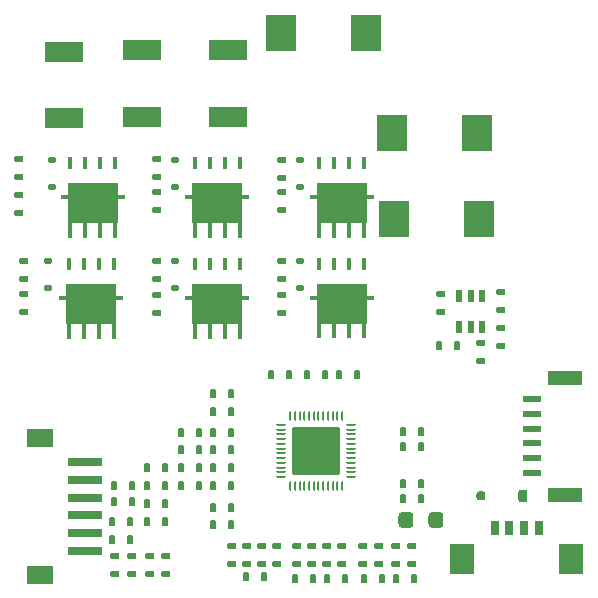
<source format=gtp>
G04*
G04 #@! TF.GenerationSoftware,Altium Limited,Altium Designer,21.2.2 (38)*
G04*
G04 Layer_Color=8421504*
%FSLAX25Y25*%
%MOIN*%
G70*
G04*
G04 #@! TF.SameCoordinates,8CF34D0F-3D0A-4A82-AD64-C49C04CB85B6*
G04*
G04*
G04 #@! TF.FilePolarity,Positive*
G04*
G01*
G75*
G04:AMPARAMS|DCode=25|XSize=9.06mil|YSize=31.5mil|CornerRadius=2.26mil|HoleSize=0mil|Usage=FLASHONLY|Rotation=270.000|XOffset=0mil|YOffset=0mil|HoleType=Round|Shape=RoundedRectangle|*
%AMROUNDEDRECTD25*
21,1,0.00906,0.02697,0,0,270.0*
21,1,0.00453,0.03150,0,0,270.0*
1,1,0.00453,-0.01348,-0.00226*
1,1,0.00453,-0.01348,0.00226*
1,1,0.00453,0.01348,0.00226*
1,1,0.00453,0.01348,-0.00226*
%
%ADD25ROUNDEDRECTD25*%
G04:AMPARAMS|DCode=26|XSize=9.06mil|YSize=31.5mil|CornerRadius=2.26mil|HoleSize=0mil|Usage=FLASHONLY|Rotation=180.000|XOffset=0mil|YOffset=0mil|HoleType=Round|Shape=RoundedRectangle|*
%AMROUNDEDRECTD26*
21,1,0.00906,0.02697,0,0,180.0*
21,1,0.00453,0.03150,0,0,180.0*
1,1,0.00453,-0.00226,0.01348*
1,1,0.00453,0.00226,0.01348*
1,1,0.00453,0.00226,-0.01348*
1,1,0.00453,-0.00226,-0.01348*
%
%ADD26ROUNDEDRECTD26*%
G04:AMPARAMS|DCode=27|XSize=157.48mil|YSize=157.48mil|CornerRadius=3.94mil|HoleSize=0mil|Usage=FLASHONLY|Rotation=0.000|XOffset=0mil|YOffset=0mil|HoleType=Round|Shape=RoundedRectangle|*
%AMROUNDEDRECTD27*
21,1,0.15748,0.14961,0,0,0.0*
21,1,0.14961,0.15748,0,0,0.0*
1,1,0.00787,0.07480,-0.07480*
1,1,0.00787,-0.07480,-0.07480*
1,1,0.00787,-0.07480,0.07480*
1,1,0.00787,0.07480,0.07480*
%
%ADD27ROUNDEDRECTD27*%
G04:AMPARAMS|DCode=28|XSize=30mil|YSize=22mil|CornerRadius=5.5mil|HoleSize=0mil|Usage=FLASHONLY|Rotation=180.000|XOffset=0mil|YOffset=0mil|HoleType=Round|Shape=RoundedRectangle|*
%AMROUNDEDRECTD28*
21,1,0.03000,0.01100,0,0,180.0*
21,1,0.01900,0.02200,0,0,180.0*
1,1,0.01100,-0.00950,0.00550*
1,1,0.01100,0.00950,0.00550*
1,1,0.01100,0.00950,-0.00550*
1,1,0.01100,-0.00950,-0.00550*
%
%ADD28ROUNDEDRECTD28*%
G04:AMPARAMS|DCode=29|XSize=30mil|YSize=22mil|CornerRadius=5.5mil|HoleSize=0mil|Usage=FLASHONLY|Rotation=90.000|XOffset=0mil|YOffset=0mil|HoleType=Round|Shape=RoundedRectangle|*
%AMROUNDEDRECTD29*
21,1,0.03000,0.01100,0,0,90.0*
21,1,0.01900,0.02200,0,0,90.0*
1,1,0.01100,0.00550,0.00950*
1,1,0.01100,0.00550,-0.00950*
1,1,0.01100,-0.00550,-0.00950*
1,1,0.01100,-0.00550,0.00950*
%
%ADD29ROUNDEDRECTD29*%
%ADD30R,0.08268X0.09843*%
%ADD31R,0.03150X0.05118*%
G04:AMPARAMS|DCode=32|XSize=20mil|YSize=25mil|CornerRadius=5mil|HoleSize=0mil|Usage=FLASHONLY|Rotation=270.000|XOffset=0mil|YOffset=0mil|HoleType=Round|Shape=RoundedRectangle|*
%AMROUNDEDRECTD32*
21,1,0.02000,0.01500,0,0,270.0*
21,1,0.01000,0.02500,0,0,270.0*
1,1,0.01000,-0.00750,-0.00500*
1,1,0.01000,-0.00750,0.00500*
1,1,0.01000,0.00750,0.00500*
1,1,0.01000,0.00750,-0.00500*
%
%ADD32ROUNDEDRECTD32*%
%ADD33R,0.01772X0.04331*%
%ADD34R,0.21654X0.01181*%
%ADD35R,0.01772X0.06299*%
%ADD36R,0.16732X0.13780*%
%ADD37R,0.09055X0.05906*%
%ADD38R,0.11811X0.03150*%
G04:AMPARAMS|DCode=39|XSize=50mil|YSize=54mil|CornerRadius=12.5mil|HoleSize=0mil|Usage=FLASHONLY|Rotation=0.000|XOffset=0mil|YOffset=0mil|HoleType=Round|Shape=RoundedRectangle|*
%AMROUNDEDRECTD39*
21,1,0.05000,0.02900,0,0,0.0*
21,1,0.02500,0.05400,0,0,0.0*
1,1,0.02500,0.01250,-0.01450*
1,1,0.02500,-0.01250,-0.01450*
1,1,0.02500,-0.01250,0.01450*
1,1,0.02500,0.01250,0.01450*
%
%ADD39ROUNDEDRECTD39*%
%ADD40R,0.02362X0.04331*%
%ADD41R,0.10236X0.12402*%
G04:AMPARAMS|DCode=42|XSize=30mil|YSize=40mil|CornerRadius=7.5mil|HoleSize=0mil|Usage=FLASHONLY|Rotation=0.000|XOffset=0mil|YOffset=0mil|HoleType=Round|Shape=RoundedRectangle|*
%AMROUNDEDRECTD42*
21,1,0.03000,0.02500,0,0,0.0*
21,1,0.01500,0.04000,0,0,0.0*
1,1,0.01500,0.00750,-0.01250*
1,1,0.01500,-0.00750,-0.01250*
1,1,0.01500,-0.00750,0.01250*
1,1,0.01500,0.00750,0.01250*
%
%ADD42ROUNDEDRECTD42*%
G04:AMPARAMS|DCode=43|XSize=30mil|YSize=30mil|CornerRadius=7.5mil|HoleSize=0mil|Usage=FLASHONLY|Rotation=0.000|XOffset=0mil|YOffset=0mil|HoleType=Round|Shape=RoundedRectangle|*
%AMROUNDEDRECTD43*
21,1,0.03000,0.01500,0,0,0.0*
21,1,0.01500,0.03000,0,0,0.0*
1,1,0.01500,0.00750,-0.00750*
1,1,0.01500,-0.00750,-0.00750*
1,1,0.01500,-0.00750,0.00750*
1,1,0.01500,0.00750,0.00750*
%
%ADD43ROUNDEDRECTD43*%
%ADD44R,0.12598X0.07087*%
%ADD45R,0.05906X0.02362*%
%ADD46R,0.11811X0.04724*%
D25*
X383811Y273862D02*
D03*
Y272287D02*
D03*
Y270713D02*
D03*
Y269138D02*
D03*
Y267563D02*
D03*
Y275437D02*
D03*
Y277012D02*
D03*
Y278587D02*
D03*
Y280161D02*
D03*
Y265988D02*
D03*
Y264413D02*
D03*
Y262839D02*
D03*
X360189D02*
D03*
Y264413D02*
D03*
Y265988D02*
D03*
Y267563D02*
D03*
Y269138D02*
D03*
Y270713D02*
D03*
Y272287D02*
D03*
Y278587D02*
D03*
Y277012D02*
D03*
Y275437D02*
D03*
Y273862D02*
D03*
Y280161D02*
D03*
D26*
X380661Y259689D02*
D03*
X372787D02*
D03*
X374362D02*
D03*
X375937D02*
D03*
X377512D02*
D03*
X379087D02*
D03*
X364913D02*
D03*
X363339D02*
D03*
X366488D02*
D03*
X368063D02*
D03*
X369638D02*
D03*
X371213D02*
D03*
X372787Y283311D02*
D03*
X374362D02*
D03*
X375937D02*
D03*
X377512D02*
D03*
X380661D02*
D03*
X379087D02*
D03*
X364913D02*
D03*
X366488D02*
D03*
X368063D02*
D03*
X369638D02*
D03*
X371213D02*
D03*
X363339D02*
D03*
D27*
X372000Y271500D02*
D03*
D28*
X273013Y368875D02*
D03*
Y362875D02*
D03*
X319000Y317500D02*
D03*
Y323500D02*
D03*
X360500Y362500D02*
D03*
Y368500D02*
D03*
Y358000D02*
D03*
Y352000D02*
D03*
X319000Y329000D02*
D03*
Y335000D02*
D03*
Y363000D02*
D03*
Y369000D02*
D03*
Y358000D02*
D03*
Y352000D02*
D03*
X274500Y328900D02*
D03*
Y334900D02*
D03*
Y324000D02*
D03*
Y318000D02*
D03*
X273000Y357000D02*
D03*
Y351000D02*
D03*
X360500Y323500D02*
D03*
Y317500D02*
D03*
Y329000D02*
D03*
Y335000D02*
D03*
X322000Y230500D02*
D03*
Y236500D02*
D03*
X305000Y230500D02*
D03*
Y236500D02*
D03*
X387500Y234000D02*
D03*
Y240000D02*
D03*
X393000D02*
D03*
Y234000D02*
D03*
X380500D02*
D03*
Y240000D02*
D03*
X375500D02*
D03*
Y234000D02*
D03*
X359000Y240000D02*
D03*
Y234000D02*
D03*
X349000Y240000D02*
D03*
Y234000D02*
D03*
X404000Y240000D02*
D03*
Y234000D02*
D03*
X365500Y240000D02*
D03*
Y234000D02*
D03*
X354000Y240000D02*
D03*
Y234000D02*
D03*
X344000D02*
D03*
Y240000D02*
D03*
X398500D02*
D03*
Y234000D02*
D03*
X370500Y240000D02*
D03*
Y234000D02*
D03*
X427000Y307500D02*
D03*
Y301500D02*
D03*
X433500Y324500D02*
D03*
Y318500D02*
D03*
X413500Y324000D02*
D03*
Y318000D02*
D03*
X433500Y306500D02*
D03*
Y312500D02*
D03*
X310500Y236500D02*
D03*
Y230500D02*
D03*
X316500Y236500D02*
D03*
Y230500D02*
D03*
D29*
X371000Y229000D02*
D03*
X365000D02*
D03*
X381500D02*
D03*
X375500D02*
D03*
X327000Y277500D02*
D03*
X333000D02*
D03*
X327000Y272000D02*
D03*
X333000D02*
D03*
X321500Y248000D02*
D03*
X315500D02*
D03*
X321500Y266000D02*
D03*
X315500D02*
D03*
X304500Y260000D02*
D03*
X310500D02*
D03*
X304500Y254500D02*
D03*
X310500D02*
D03*
X304000Y242000D02*
D03*
X310000D02*
D03*
X304000Y248000D02*
D03*
X310000D02*
D03*
X327000Y266000D02*
D03*
X333000D02*
D03*
X327000Y260000D02*
D03*
X333000D02*
D03*
X357000Y297000D02*
D03*
X363000D02*
D03*
X348500Y229500D02*
D03*
X354500D02*
D03*
X369000Y297000D02*
D03*
X375000D02*
D03*
X379500D02*
D03*
X385500D02*
D03*
X343500Y290500D02*
D03*
X337500D02*
D03*
X404500Y229000D02*
D03*
X398500D02*
D03*
X394000D02*
D03*
X388000D02*
D03*
X343500Y284500D02*
D03*
X337500D02*
D03*
X401000Y260500D02*
D03*
X407000D02*
D03*
X401000Y255500D02*
D03*
X407000D02*
D03*
Y278000D02*
D03*
X401000D02*
D03*
Y273000D02*
D03*
X407000D02*
D03*
X413000Y306500D02*
D03*
X419000D02*
D03*
X337500Y252500D02*
D03*
X343500D02*
D03*
X337500Y247000D02*
D03*
X343500D02*
D03*
X337500Y277500D02*
D03*
X343500D02*
D03*
X337500Y272000D02*
D03*
X343500D02*
D03*
X337500Y266000D02*
D03*
X343500D02*
D03*
X337500Y260000D02*
D03*
X343500D02*
D03*
X315500Y254000D02*
D03*
X321500D02*
D03*
X315500Y260000D02*
D03*
X321500D02*
D03*
D30*
X420764Y235500D02*
D03*
X457128D02*
D03*
D31*
X446328Y245900D02*
D03*
X441406D02*
D03*
X436485D02*
D03*
X431564D02*
D03*
D32*
X325000Y326000D02*
D03*
Y335000D02*
D03*
X366500Y326000D02*
D03*
Y335000D02*
D03*
Y359500D02*
D03*
Y368500D02*
D03*
X325000Y359500D02*
D03*
Y368500D02*
D03*
X282500Y326000D02*
D03*
Y335000D02*
D03*
X284000Y359500D02*
D03*
Y368500D02*
D03*
D33*
X373000Y333886D02*
D03*
X378000D02*
D03*
X383000D02*
D03*
X388000D02*
D03*
X373000Y367435D02*
D03*
X378000D02*
D03*
X383000D02*
D03*
X388000D02*
D03*
X331500D02*
D03*
X336500D02*
D03*
X341500D02*
D03*
X346500D02*
D03*
X331500Y333835D02*
D03*
X336500D02*
D03*
X341500D02*
D03*
X346500D02*
D03*
X290000Y367435D02*
D03*
X295000D02*
D03*
X300000D02*
D03*
X305000D02*
D03*
X289500Y333835D02*
D03*
X294500D02*
D03*
X299500D02*
D03*
X304500D02*
D03*
D34*
X380500Y322468D02*
D03*
Y356017D02*
D03*
X339000D02*
D03*
X339000Y322417D02*
D03*
X297500Y356017D02*
D03*
X297000Y322417D02*
D03*
D35*
X373000Y312035D02*
D03*
X378000D02*
D03*
X383000D02*
D03*
X388000D02*
D03*
X373000Y345584D02*
D03*
X378000D02*
D03*
X383000D02*
D03*
X388000D02*
D03*
X331500D02*
D03*
X336500D02*
D03*
X341500D02*
D03*
X346500D02*
D03*
X331500Y311984D02*
D03*
X336500D02*
D03*
X341500D02*
D03*
X346500D02*
D03*
X290000Y345584D02*
D03*
X295000D02*
D03*
X300000D02*
D03*
X305000D02*
D03*
X289500Y311984D02*
D03*
X294500D02*
D03*
X299500D02*
D03*
X304500D02*
D03*
D36*
X380500Y320500D02*
D03*
Y354049D02*
D03*
X339000D02*
D03*
X339000Y320449D02*
D03*
X297500Y354049D02*
D03*
X297000Y320449D02*
D03*
D37*
X279842Y230213D02*
D03*
Y275882D02*
D03*
D38*
X295000Y238283D02*
D03*
Y244189D02*
D03*
Y250095D02*
D03*
Y256000D02*
D03*
Y261906D02*
D03*
Y267811D02*
D03*
D39*
X412000Y248500D02*
D03*
X402000D02*
D03*
D40*
X419760Y312882D02*
D03*
X423500D02*
D03*
X427240D02*
D03*
Y323118D02*
D03*
X423500D02*
D03*
X419760D02*
D03*
D41*
X388673Y411000D02*
D03*
X360327D02*
D03*
X425673Y377500D02*
D03*
X397327D02*
D03*
X426173Y349000D02*
D03*
X397827D02*
D03*
D42*
X441000Y256500D02*
D03*
D43*
X427000D02*
D03*
D44*
X314000Y382976D02*
D03*
Y405024D02*
D03*
X288000Y382476D02*
D03*
Y404524D02*
D03*
X342500Y382976D02*
D03*
Y405024D02*
D03*
D45*
X443976Y283870D02*
D03*
Y288791D02*
D03*
Y264185D02*
D03*
Y269106D02*
D03*
Y274028D02*
D03*
Y278949D02*
D03*
D46*
X455000Y257000D02*
D03*
Y295976D02*
D03*
M02*

</source>
